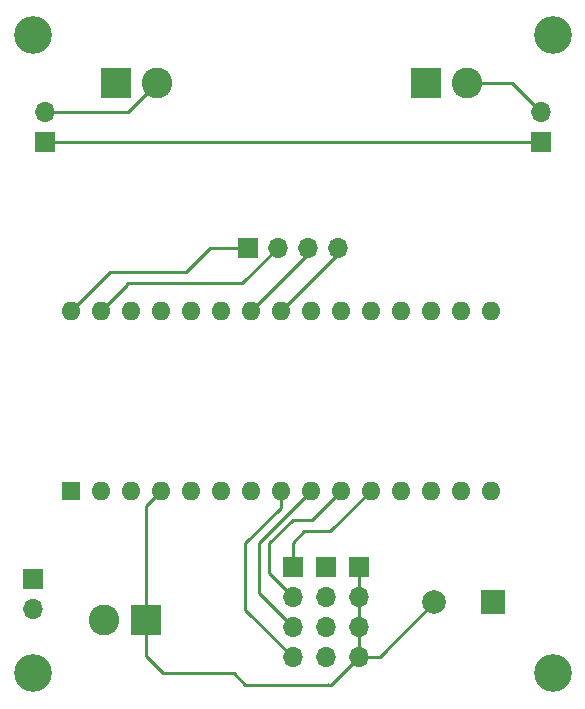
<source format=gbr>
%TF.GenerationSoftware,KiCad,Pcbnew,(6.0.1)*%
%TF.CreationDate,2022-02-19T19:07:30+01:00*%
%TF.ProjectId,NANOFC,4e414e4f-4643-42e6-9b69-6361645f7063,rev?*%
%TF.SameCoordinates,Original*%
%TF.FileFunction,Copper,L1,Top*%
%TF.FilePolarity,Positive*%
%FSLAX46Y46*%
G04 Gerber Fmt 4.6, Leading zero omitted, Abs format (unit mm)*
G04 Created by KiCad (PCBNEW (6.0.1)) date 2022-02-19 19:07:30*
%MOMM*%
%LPD*%
G01*
G04 APERTURE LIST*
%TA.AperFunction,ComponentPad*%
%ADD10R,2.600000X2.600000*%
%TD*%
%TA.AperFunction,ComponentPad*%
%ADD11C,2.600000*%
%TD*%
%TA.AperFunction,ComponentPad*%
%ADD12R,1.700000X1.700000*%
%TD*%
%TA.AperFunction,ComponentPad*%
%ADD13O,1.700000X1.700000*%
%TD*%
%TA.AperFunction,ComponentPad*%
%ADD14R,2.000000X2.000000*%
%TD*%
%TA.AperFunction,ComponentPad*%
%ADD15C,2.000000*%
%TD*%
%TA.AperFunction,ComponentPad*%
%ADD16R,1.600000X1.600000*%
%TD*%
%TA.AperFunction,ComponentPad*%
%ADD17O,1.600000X1.600000*%
%TD*%
%TA.AperFunction,ViaPad*%
%ADD18C,3.200000*%
%TD*%
%TA.AperFunction,Conductor*%
%ADD19C,0.250000*%
%TD*%
G04 APERTURE END LIST*
D10*
%TO.P,J4,1,Pin_1*%
%TO.N,Net-(J4-Pad1)*%
X160000000Y-67000000D03*
D11*
%TO.P,J4,2,Pin_2*%
%TO.N,Net-(J4-Pad2)*%
X163500000Y-67000000D03*
%TD*%
D12*
%TO.P,J8,1,Pin_1*%
%TO.N,+BATT*%
X153000000Y-109000000D03*
D13*
%TO.P,J8,2,Pin_2*%
%TO.N,Net-(J1-Pad2)*%
X153000000Y-111540000D03*
%TD*%
D14*
%TO.P,BZ1,1,-*%
%TO.N,Buzzer*%
X192000000Y-111000000D03*
D15*
%TO.P,BZ1,2,+*%
%TO.N,GND*%
X187000000Y-111000000D03*
%TD*%
D12*
%TO.P,J3,1,Pin_1*%
%TO.N,3.3v*%
X171200000Y-81000000D03*
D13*
%TO.P,J3,2,Pin_2*%
%TO.N,GND*%
X173740000Y-81000000D03*
%TO.P,J3,3,Pin_3*%
%TO.N,SCL*%
X176280000Y-81000000D03*
%TO.P,J3,4,Pin_4*%
%TO.N,SDA*%
X178820000Y-81000000D03*
%TD*%
D12*
%TO.P,J7,1,Pin_1*%
%TO.N,GND*%
X180600000Y-108000000D03*
D13*
%TO.P,J7,2,Pin_2*%
X180600000Y-110540000D03*
%TO.P,J7,3,Pin_3*%
X180600000Y-113080000D03*
%TO.P,J7,4,Pin_4*%
X180600000Y-115620000D03*
%TD*%
D16*
%TO.P,A1,1,D1/TX*%
%TO.N,unconnected-(A1-Pad1)*%
X156210000Y-101590000D03*
D17*
%TO.P,A1,2,D0/RX*%
%TO.N,unconnected-(A1-Pad2)*%
X158750000Y-101590000D03*
%TO.P,A1,3,~{RESET}*%
%TO.N,unconnected-(A1-Pad3)*%
X161290000Y-101590000D03*
%TO.P,A1,4,GND*%
%TO.N,GND*%
X163830000Y-101590000D03*
%TO.P,A1,5,D2*%
%TO.N,Pyro_1*%
X166370000Y-101590000D03*
%TO.P,A1,6,D3*%
%TO.N,Pyro_2*%
X168910000Y-101590000D03*
%TO.P,A1,7,D4*%
%TO.N,Buzzer*%
X171450000Y-101590000D03*
%TO.P,A1,8,D5*%
%TO.N,Servo_1*%
X173990000Y-101590000D03*
%TO.P,A1,9,D6*%
%TO.N,Servo_2*%
X176530000Y-101590000D03*
%TO.P,A1,10,D7*%
%TO.N,Servo_3*%
X179070000Y-101590000D03*
%TO.P,A1,11,D8*%
%TO.N,Servo_4*%
X181610000Y-101590000D03*
%TO.P,A1,12,D9*%
%TO.N,unconnected-(A1-Pad12)*%
X184150000Y-101590000D03*
%TO.P,A1,13,D10*%
%TO.N,unconnected-(A1-Pad13)*%
X186690000Y-101590000D03*
%TO.P,A1,14,D11*%
%TO.N,unconnected-(A1-Pad14)*%
X189230000Y-101590000D03*
%TO.P,A1,15,D12*%
%TO.N,unconnected-(A1-Pad15)*%
X191770000Y-101590000D03*
%TO.P,A1,16,D13*%
%TO.N,unconnected-(A1-Pad16)*%
X191770000Y-86350000D03*
%TO.P,A1,17,3V3*%
%TO.N,unconnected-(A1-Pad17)*%
X189230000Y-86350000D03*
%TO.P,A1,18,AREF*%
%TO.N,unconnected-(A1-Pad18)*%
X186690000Y-86350000D03*
%TO.P,A1,19,A0*%
%TO.N,unconnected-(A1-Pad19)*%
X184150000Y-86350000D03*
%TO.P,A1,20,A1*%
%TO.N,unconnected-(A1-Pad20)*%
X181610000Y-86350000D03*
%TO.P,A1,21,A2*%
%TO.N,unconnected-(A1-Pad21)*%
X179070000Y-86350000D03*
%TO.P,A1,22,A3*%
%TO.N,unconnected-(A1-Pad22)*%
X176530000Y-86350000D03*
%TO.P,A1,23,A4*%
%TO.N,SDA*%
X173990000Y-86350000D03*
%TO.P,A1,24,A5*%
%TO.N,SCL*%
X171450000Y-86350000D03*
%TO.P,A1,25,A6*%
%TO.N,unconnected-(A1-Pad25)*%
X168910000Y-86350000D03*
%TO.P,A1,26,A7*%
%TO.N,unconnected-(A1-Pad26)*%
X166370000Y-86350000D03*
%TO.P,A1,27,+5V*%
%TO.N,unconnected-(A1-Pad27)*%
X163830000Y-86350000D03*
%TO.P,A1,28,~{RESET}*%
%TO.N,unconnected-(A1-Pad28)*%
X161290000Y-86350000D03*
%TO.P,A1,29,GND*%
%TO.N,GND*%
X158750000Y-86350000D03*
%TO.P,A1,30,VIN*%
%TO.N,3.3v*%
X156210000Y-86350000D03*
%TD*%
D12*
%TO.P,J9,1,Pin_1*%
%TO.N,+BATT*%
X196000000Y-72000000D03*
D13*
%TO.P,J9,2,Pin_2*%
%TO.N,Net-(J2-Pad2)*%
X196000000Y-69460000D03*
%TD*%
D12*
%TO.P,J6,1,Pin_1*%
%TO.N,+BATT*%
X177800000Y-108000000D03*
D13*
%TO.P,J6,2,Pin_2*%
X177800000Y-110540000D03*
%TO.P,J6,3,Pin_3*%
X177800000Y-113080000D03*
%TO.P,J6,4,Pin_4*%
X177800000Y-115620000D03*
%TD*%
D10*
%TO.P,J2,1,Pin_1*%
%TO.N,Net-(J2-Pad1)*%
X186250000Y-67000000D03*
D11*
%TO.P,J2,2,Pin_2*%
%TO.N,Net-(J2-Pad2)*%
X189750000Y-67000000D03*
%TD*%
D10*
%TO.P,J1,1,Pin_1*%
%TO.N,GND*%
X162560000Y-112455000D03*
D11*
%TO.P,J1,2,Pin_2*%
%TO.N,Net-(J1-Pad2)*%
X159060000Y-112455000D03*
%TD*%
D12*
%TO.P,J10,1,Pin_1*%
%TO.N,+BATT*%
X154000000Y-72000000D03*
D13*
%TO.P,J10,2,Pin_2*%
%TO.N,Net-(J4-Pad2)*%
X154000000Y-69460000D03*
%TD*%
D12*
%TO.P,J5,1,Pin_1*%
%TO.N,Servo_4*%
X175000000Y-108000000D03*
D13*
%TO.P,J5,2,Pin_2*%
%TO.N,Servo_3*%
X175000000Y-110540000D03*
%TO.P,J5,3,Pin_3*%
%TO.N,Servo_2*%
X175000000Y-113080000D03*
%TO.P,J5,4,Pin_4*%
%TO.N,Servo_1*%
X175000000Y-115620000D03*
%TD*%
D18*
%TO.N,*%
X153000000Y-117000000D03*
X197000000Y-117000000D03*
X153000000Y-63000000D03*
X197000000Y-63000000D03*
%TD*%
D19*
%TO.N,GND*%
X170740000Y-84000000D02*
X161000000Y-84000000D01*
X180600000Y-113080000D02*
X180600000Y-110540000D01*
X180600000Y-110540000D02*
X180600000Y-108000000D01*
X178220000Y-118000000D02*
X180600000Y-115620000D01*
X162560000Y-112455000D02*
X162560000Y-115560000D01*
X180600000Y-115620000D02*
X180600000Y-113080000D01*
X162560000Y-112455000D02*
X162560000Y-102860000D01*
X180600000Y-115620000D02*
X182380000Y-115620000D01*
X173740000Y-81000000D02*
X170740000Y-84000000D01*
X170000000Y-117000000D02*
X171000000Y-118000000D01*
X178000000Y-118000000D02*
X178000000Y-117920000D01*
X161000000Y-84100000D02*
X158750000Y-86350000D01*
X182380000Y-115620000D02*
X187000000Y-111000000D01*
X161000000Y-84000000D02*
X161000000Y-84100000D01*
X162560000Y-102860000D02*
X163830000Y-101590000D01*
X164000000Y-117000000D02*
X170000000Y-117000000D01*
X162560000Y-115560000D02*
X164000000Y-117000000D01*
X178000000Y-118000000D02*
X178220000Y-118000000D01*
X171000000Y-118000000D02*
X178000000Y-118000000D01*
%TO.N,SDA*%
X178820000Y-81520000D02*
X178820000Y-81000000D01*
X173990000Y-86350000D02*
X178820000Y-81520000D01*
%TO.N,SCL*%
X171450000Y-86350000D02*
X176280000Y-81520000D01*
X176280000Y-81520000D02*
X176280000Y-81000000D01*
%TO.N,3.3v*%
X166000000Y-83000000D02*
X159560000Y-83000000D01*
X171200000Y-81000000D02*
X168000000Y-81000000D01*
X168000000Y-81000000D02*
X166000000Y-83000000D01*
X159560000Y-83000000D02*
X156210000Y-86350000D01*
%TO.N,+BATT*%
X154000000Y-72000000D02*
X196000000Y-72000000D01*
%TO.N,Servo_1*%
X173990000Y-103010000D02*
X171000000Y-106000000D01*
X173990000Y-101580000D02*
X173990000Y-102010000D01*
X171000000Y-106000000D02*
X171000000Y-111620000D01*
X173990000Y-101590000D02*
X173990000Y-103010000D01*
X171000000Y-111620000D02*
X175000000Y-115620000D01*
%TO.N,Servo_2*%
X172120000Y-106000000D02*
X172120000Y-110200000D01*
X172120000Y-110200000D02*
X175000000Y-113080000D01*
X176530000Y-101590000D02*
X172120000Y-106000000D01*
%TO.N,Servo_3*%
X179070000Y-101590000D02*
X176660000Y-104000000D01*
X174500000Y-110500000D02*
X175260000Y-110500000D01*
X173000000Y-106000000D02*
X173000000Y-108540000D01*
X175000000Y-104000000D02*
X173000000Y-106000000D01*
X176660000Y-104000000D02*
X175000000Y-104000000D01*
X173000000Y-108540000D02*
X175000000Y-110540000D01*
%TO.N,Servo_4*%
X176000000Y-105000000D02*
X175000000Y-106000000D01*
X181610000Y-101590000D02*
X178200000Y-105000000D01*
X178200000Y-105000000D02*
X176000000Y-105000000D01*
X175000000Y-106000000D02*
X175000000Y-108000000D01*
%TO.N,Net-(J2-Pad2)*%
X196000000Y-69460000D02*
X193540000Y-67000000D01*
X193540000Y-67000000D02*
X189750000Y-67000000D01*
%TO.N,Net-(J4-Pad2)*%
X154000000Y-69460000D02*
X161040000Y-69460000D01*
X161040000Y-69460000D02*
X163500000Y-67000000D01*
%TD*%
M02*

</source>
